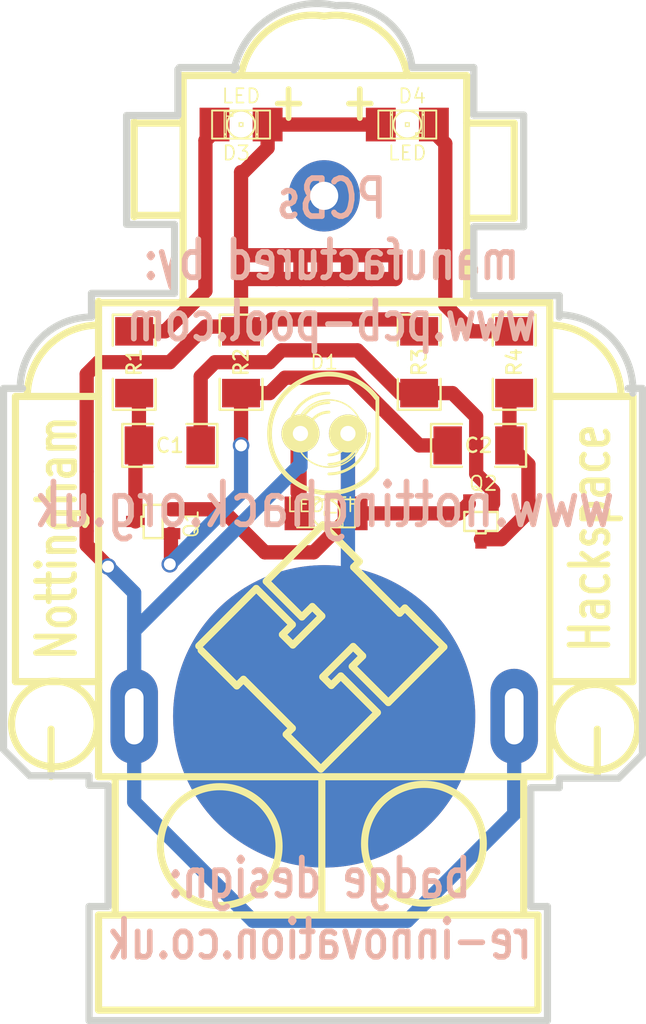
<source format=kicad_pcb>
(kicad_pcb (version 3) (host pcbnew "(2013-07-07 BZR 4022)-stable")

  (general
    (links 21)
    (no_connects 0)
    (area 71.762258 69.659499 115.764733 124.269501)
    (thickness 1.6002)
    (drawings 81)
    (tracks 111)
    (zones 0)
    (modules 15)
    (nets 9)
  )

  (page A4)
  (layers
    (15 Front signal)
    (0 Back signal)
    (16 B.Adhes user)
    (17 F.Adhes user)
    (18 B.Paste user)
    (19 F.Paste user)
    (20 B.SilkS user)
    (21 F.SilkS user)
    (22 B.Mask user)
    (23 F.Mask user)
    (24 Dwgs.User user)
    (25 Cmts.User user)
    (26 Eco1.User user)
    (27 Eco2.User user)
    (28 Edge.Cuts user)
  )

  (setup
    (last_trace_width 0.762)
    (trace_clearance 0.254)
    (zone_clearance 0.508)
    (zone_45_only no)
    (trace_min 0.2032)
    (segment_width 0.381)
    (edge_width 0.381)
    (via_size 0.889)
    (via_drill 0.635)
    (via_min_size 0.889)
    (via_min_drill 0.508)
    (uvia_size 0.508)
    (uvia_drill 0.127)
    (uvias_allowed no)
    (uvia_min_size 0.508)
    (uvia_min_drill 0.127)
    (pcb_text_width 0.3048)
    (pcb_text_size 1.524 2.032)
    (mod_edge_width 0.381)
    (mod_text_size 1.524 1.524)
    (mod_text_width 0.3048)
    (pad_size 16.15948 16.15948)
    (pad_drill 0)
    (pad_to_mask_clearance 0.254)
    (aux_axis_origin 0 0)
    (visible_elements FFFFFFBF)
    (pcbplotparams
      (layerselection 284196865)
      (usegerberextensions true)
      (excludeedgelayer true)
      (linewidth 0.150000)
      (plotframeref false)
      (viasonmask false)
      (mode 1)
      (useauxorigin false)
      (hpglpennumber 1)
      (hpglpenspeed 20)
      (hpglpendiameter 15)
      (hpglpenoverlay 0)
      (psnegative false)
      (psa4output false)
      (plotreference true)
      (plotvalue true)
      (plotothertext true)
      (plotinvisibletext false)
      (padsonsilk false)
      (subtractmaskfromsilk false)
      (outputformat 1)
      (mirror false)
      (drillshape 1)
      (scaleselection 1)
      (outputdirectory badgeMirrored/))
  )

  (net 0 "")
  (net 1 GND)
  (net 2 N-000003)
  (net 3 N-000004)
  (net 4 N-000005)
  (net 5 N-000006)
  (net 6 N-000007)
  (net 7 N-000008)
  (net 8 N-000009)

  (net_class Default "This is the default net class."
    (clearance 0.254)
    (trace_width 0.762)
    (via_dia 0.889)
    (via_drill 0.635)
    (uvia_dia 0.508)
    (uvia_drill 0.127)
    (add_net "")
    (add_net GND)
    (add_net N-000003)
    (add_net N-000004)
    (add_net N-000005)
    (add_net N-000006)
    (add_net N-000007)
    (add_net N-000008)
    (add_net N-000009)
  )

  (module Batt_conn_20mm_largepad (layer Front) (tedit 4FBFB435) (tstamp 4FBA246C)
    (at 92.71 107.823)
    (path /4FBA1C6F)
    (fp_text reference BT1 (at 0.254 -11.938) (layer F.SilkS) hide
      (effects (font (size 1.524 1.524) (thickness 0.3048)))
    )
    (fp_text value BATTERY (at 0 -8.636) (layer F.SilkS) hide
      (effects (font (size 1.524 1.524) (thickness 0.3048)))
    )
    (pad 1 thru_hole oval (at -10.16 0) (size 2.54 5.08) (drill oval 1.00076 2.99974)
      (layers *.Cu *.Mask)
      (net 6 N-000007)
    )
    (pad 1 thru_hole oval (at 10.16 0) (size 2.54 5.08) (drill oval 1.00076 2.99974)
      (layers *.Cu *.Mask)
      (net 6 N-000007)
    )
    (pad 2 thru_hole circle (at 0 0) (size 16.15948 16.15948)
      (layers Back B.Mask)
      (net 1 GND)
      (clearance 0.254)
    )
  )

  (module robot (layer Front) (tedit 4FBF7B18) (tstamp 53EBBC9B)
    (at 89.535 83.1088)
    (path /4FBA1C6F)
    (fp_text reference RB1 (at 20.955 -3.81) (layer F.SilkS) hide
      (effects (font (size 1.524 1.524) (thickness 0.3048)))
    )
    (fp_text value ROBOT (at 21.59 -6.985) (layer F.SilkS) hide
      (effects (font (size 1.524 1.524) (thickness 0.3048)))
    )
    (fp_arc (start 2.54 -8.89) (end 3.175 -12.7) (angle -90) (layer F.SilkS) (width 0.381))
    (fp_arc (start 3.81 -8.89) (end 3.175 -12.7) (angle 90) (layer F.SilkS) (width 0.381))
    (fp_line (start 13.843 35.306) (end 13.843 27.94) (layer F.SilkS) (width 0.381))
    (fp_line (start -8.001 35.306) (end -8.001 27.94) (layer F.SilkS) (width 0.381))
    (fp_line (start 3.048 35.179) (end 3.048 27.94) (layer F.SilkS) (width 0.381))
    (fp_arc (start -8.89 7.62) (end -8.89 3.81) (angle -90) (layer F.SilkS) (width 0.381))
    (fp_line (start -13.335 22.86) (end -8.89 22.86) (layer F.SilkS) (width 0.381))
    (fp_line (start -13.335 7.62) (end -13.335 22.86) (layer F.SilkS) (width 0.381))
    (fp_line (start -8.89 7.62) (end -13.335 7.62) (layer F.SilkS) (width 0.381))
    (fp_circle (center -11.2522 25.1206) (end -12.5222 27.0256) (layer F.SilkS) (width 0.381))
    (fp_line (start -11.43 27.94) (end -11.43 25.4) (layer F.SilkS) (width 0.381))
    (fp_line (start -6.985 -2.0574) (end -4.445 -2.0574) (layer F.SilkS) (width 0.381))
    (fp_line (start -6.985 -7.0612) (end -6.985 -1.9812) (layer F.SilkS) (width 0.381))
    (fp_line (start -4.445 -6.985) (end -6.985 -6.985) (layer F.SilkS) (width 0.381))
    (fp_line (start 10.795 -6.985) (end 13.335 -6.985) (layer F.SilkS) (width 0.381))
    (fp_line (start 13.335 -6.985) (end 13.335 -1.905) (layer F.SilkS) (width 0.381))
    (fp_line (start 13.335 -1.905) (end 10.795 -1.905) (layer F.SilkS) (width 0.381))
    (fp_circle (center -2.413 31.6484) (end 0.762 31.6484) (layer F.SilkS) (width 0.381))
    (fp_circle (center 8.509 31.5214) (end 11.684 31.5214) (layer F.SilkS) (width 0.381))
    (fp_line (start -8.89 35.3314) (end 14.605 35.3314) (layer F.SilkS) (width 0.381))
    (fp_line (start 14.605 35.3314) (end 14.605 40.4114) (layer F.SilkS) (width 0.381))
    (fp_line (start 14.605 40.4114) (end -8.89 40.4114) (layer F.SilkS) (width 0.381))
    (fp_line (start -8.89 40.4114) (end -8.89 35.9664) (layer F.SilkS) (width 0.381))
    (fp_line (start -8.89 35.9664) (end -8.89 35.3314) (layer F.SilkS) (width 0.381))
    (fp_line (start -6.985 35.3314) (end 12.7 35.3314) (layer F.SilkS) (width 0.381))
    (fp_line (start 12.7 35.3314) (end 13.335 35.3314) (layer F.SilkS) (width 0.381))
    (fp_line (start 17.78 27.94) (end 17.78 25.4) (layer F.SilkS) (width 0.381))
    (fp_circle (center 17.653 25.2984) (end 18.923 27.2034) (layer F.SilkS) (width 0.381))
    (fp_line (start 15.24 7.62) (end 19.685 7.62) (layer F.SilkS) (width 0.381))
    (fp_line (start 19.685 7.62) (end 19.685 22.86) (layer F.SilkS) (width 0.381))
    (fp_line (start 19.685 22.86) (end 15.24 22.86) (layer F.SilkS) (width 0.381))
    (fp_arc (start 15.24 7.62) (end 15.24 3.81) (angle 90) (layer F.SilkS) (width 0.381))
    (fp_line (start -8.89 2.6162) (end 15.24 2.6162) (layer F.SilkS) (width 0.381))
    (fp_line (start -8.89 2.54) (end -8.89 27.94) (layer F.SilkS) (width 0.381))
    (fp_line (start -8.89 27.94) (end 15.24 27.94) (layer F.SilkS) (width 0.381))
    (fp_line (start 15.24 27.94) (end 15.24 2.54) (layer F.SilkS) (width 0.381))
    (fp_line (start -4.3688 2.54) (end -4.3688 -9.525) (layer F.SilkS) (width 0.381))
    (fp_line (start -4.445 -9.525) (end 10.795 -9.525) (layer F.SilkS) (width 0.381))
    (fp_line (start 10.795 -9.525) (end 10.795 2.54) (layer F.SilkS) (width 0.381))
    (fp_line (start 10.795 2.54) (end -4.445 2.54) (layer F.SilkS) (width 0.381))
    (fp_line (start 4.445 2.54) (end -4.445 2.54) (layer F.SilkS) (width 0.381))
  )

  (module LED-5MM_larg_pad (layer Front) (tedit 4FBF77FC) (tstamp 4FBA2467)
    (at 92.71 92.71)
    (descr "LED 5mm - Lead pitch 100mil (2,54mm)")
    (tags "LED led 5mm 5MM 100mil 2,54mm")
    (path /4FBA1BD7)
    (attr virtual)
    (fp_text reference D1 (at 0 -3.81) (layer F.SilkS)
      (effects (font (size 0.762 0.762) (thickness 0.0889)))
    )
    (fp_text value LED_TH (at 0 3.81) (layer F.SilkS)
      (effects (font (size 0.762 0.762) (thickness 0.0889)))
    )
    (fp_line (start 2.8448 1.905) (end 2.8448 -1.905) (layer F.SilkS) (width 0.2032))
    (fp_circle (center 0.254 0) (end -1.016 1.27) (layer F.SilkS) (width 0.0762))
    (fp_arc (start 0.254 0) (end 2.794 1.905) (angle 286.2) (layer F.SilkS) (width 0.254))
    (fp_arc (start 0.254 0) (end -0.889 0) (angle 90) (layer F.SilkS) (width 0.1524))
    (fp_arc (start 0.254 0) (end 1.397 0) (angle 90) (layer F.SilkS) (width 0.1524))
    (fp_arc (start 0.254 0) (end -1.397 0) (angle 90) (layer F.SilkS) (width 0.1524))
    (fp_arc (start 0.254 0) (end 1.905 0) (angle 90) (layer F.SilkS) (width 0.1524))
    (fp_arc (start 0.254 0) (end -1.905 0) (angle 90) (layer F.SilkS) (width 0.1524))
    (fp_arc (start 0.254 0) (end 2.413 0) (angle 90) (layer F.SilkS) (width 0.1524))
    (pad 1 thru_hole circle (at -1.27 0) (size 2.032 2.032) (drill 0.8128)
      (layers *.Cu *.Mask F.Paste F.SilkS)
      (net 6 N-000007)
    )
    (pad 2 thru_hole circle (at 1.27 0) (size 2.032 2.032) (drill 0.8128)
      (layers *.Cu *.Mask F.Paste F.SilkS)
      (net 1 GND)
    )
    (model discret/leds/led5_vertical_verde.wrl
      (at (xyz 0 0 0))
      (scale (xyz 1 1 1))
      (rotate (xyz 0 0 0))
    )
  )

  (module SOT323 (layer Front) (tedit 4FBA27E5) (tstamp 4FBA2459)
    (at 83.566 97.409 270)
    (tags "SMD SOT")
    (path /4FBFAE05)
    (attr smd)
    (fp_text reference Q1 (at 0.127 -2.032 270) (layer F.SilkS)
      (effects (font (size 0.762 0.762) (thickness 0.09906)))
    )
    (fp_text value NPN_S0323 (at 0 0 270) (layer F.SilkS) hide
      (effects (font (size 0.70104 0.70104) (thickness 0.09906)))
    )
    (fp_line (start 0.254 0.508) (end 0.889 0.508) (layer F.SilkS) (width 0.127))
    (fp_line (start 0.889 0.508) (end 0.889 -0.508) (layer F.SilkS) (width 0.127))
    (fp_line (start -0.889 -0.508) (end -0.889 0.508) (layer F.SilkS) (width 0.127))
    (fp_line (start -0.889 0.508) (end -0.254 0.508) (layer F.SilkS) (width 0.127))
    (fp_line (start 0.254 0.635) (end 0.254 0.508) (layer F.SilkS) (width 0.127))
    (fp_line (start -0.254 0.508) (end -0.254 0.635) (layer F.SilkS) (width 0.127))
    (fp_line (start 0.889 -0.508) (end -0.889 -0.508) (layer F.SilkS) (width 0.127))
    (fp_line (start -0.254 0.635) (end 0.254 0.635) (layer F.SilkS) (width 0.127))
    (pad 2 smd rect (at -0.65024 -0.94996 270) (size 0.59944 1.00076)
      (layers Front F.Paste F.Mask)
      (net 1 GND)
    )
    (pad 1 smd rect (at 0.65024 -0.94996 270) (size 0.59944 1.00076)
      (layers Front F.Paste F.Mask)
      (net 3 N-000004)
    )
    (pad 3 smd rect (at 0 0.94996 270) (size 0.59944 1.00076)
      (layers Front F.Paste F.Mask)
      (net 2 N-000003)
    )
    (model smd/SOT323.wrl
      (at (xyz 0 0 0.001))
      (scale (xyz 0.3937 0.3937 0.3937))
      (rotate (xyz 0 0 0))
    )
  )

  (module SOT323 (layer Front) (tedit 450AC34A) (tstamp 4FBA245B)
    (at 101.092 97.409)
    (tags "SMD SOT")
    (path /4FBFADFF)
    (attr smd)
    (fp_text reference Q2 (at 0.127 -2.032) (layer F.SilkS)
      (effects (font (size 0.762 0.762) (thickness 0.09906)))
    )
    (fp_text value NPN_S0323 (at 0 0) (layer F.SilkS) hide
      (effects (font (size 0.70104 0.70104) (thickness 0.09906)))
    )
    (fp_line (start 0.254 0.508) (end 0.889 0.508) (layer F.SilkS) (width 0.127))
    (fp_line (start 0.889 0.508) (end 0.889 -0.508) (layer F.SilkS) (width 0.127))
    (fp_line (start -0.889 -0.508) (end -0.889 0.508) (layer F.SilkS) (width 0.127))
    (fp_line (start -0.889 0.508) (end -0.254 0.508) (layer F.SilkS) (width 0.127))
    (fp_line (start 0.254 0.635) (end 0.254 0.508) (layer F.SilkS) (width 0.127))
    (fp_line (start -0.254 0.508) (end -0.254 0.635) (layer F.SilkS) (width 0.127))
    (fp_line (start 0.889 -0.508) (end -0.889 -0.508) (layer F.SilkS) (width 0.127))
    (fp_line (start -0.254 0.635) (end 0.254 0.635) (layer F.SilkS) (width 0.127))
    (pad 2 smd rect (at -0.65024 -0.94996) (size 0.59944 1.00076)
      (layers Front F.Paste F.Mask)
      (net 1 GND)
    )
    (pad 1 smd rect (at 0.65024 -0.94996) (size 0.59944 1.00076)
      (layers Front F.Paste F.Mask)
      (net 8 N-000009)
    )
    (pad 3 smd rect (at 0 0.94996) (size 0.59944 1.00076)
      (layers Front F.Paste F.Mask)
      (net 4 N-000005)
    )
    (model smd/SOT323.wrl
      (at (xyz 0 0 0.001))
      (scale (xyz 0.3937 0.3937 0.3937))
      (rotate (xyz 0 0 0))
    )
  )

  (module SM1206 (layer Front) (tedit 42806E24) (tstamp 4FBA245C)
    (at 84.455 93.345)
    (path /4D2AEDDB)
    (attr smd)
    (fp_text reference C1 (at 0 0) (layer F.SilkS)
      (effects (font (size 0.762 0.762) (thickness 0.127)))
    )
    (fp_text value 47u (at 0 0) (layer F.SilkS) hide
      (effects (font (size 0.762 0.762) (thickness 0.127)))
    )
    (fp_line (start -2.54 -1.143) (end -2.54 1.143) (layer F.SilkS) (width 0.127))
    (fp_line (start -2.54 1.143) (end -0.889 1.143) (layer F.SilkS) (width 0.127))
    (fp_line (start 0.889 -1.143) (end 2.54 -1.143) (layer F.SilkS) (width 0.127))
    (fp_line (start 2.54 -1.143) (end 2.54 1.143) (layer F.SilkS) (width 0.127))
    (fp_line (start 2.54 1.143) (end 0.889 1.143) (layer F.SilkS) (width 0.127))
    (fp_line (start -0.889 -1.143) (end -2.54 -1.143) (layer F.SilkS) (width 0.127))
    (pad 1 smd rect (at -1.651 0) (size 1.524 2.032)
      (layers Front F.Paste F.Mask)
      (net 2 N-000003)
    )
    (pad 2 smd rect (at 1.651 0) (size 1.524 2.032)
      (layers Front F.Paste F.Mask)
      (net 8 N-000009)
    )
    (model smd/chip_cms.wrl
      (at (xyz 0 0 0))
      (scale (xyz 0.17 0.16 0.16))
      (rotate (xyz 0 0 0))
    )
  )

  (module SM1206 (layer Front) (tedit 42806E24) (tstamp 4FBA245E)
    (at 100.965 93.345 180)
    (path /4D2AEDDD)
    (attr smd)
    (fp_text reference C2 (at 0 0 180) (layer F.SilkS)
      (effects (font (size 0.762 0.762) (thickness 0.127)))
    )
    (fp_text value 47u (at 0 0 180) (layer F.SilkS) hide
      (effects (font (size 0.762 0.762) (thickness 0.127)))
    )
    (fp_line (start -2.54 -1.143) (end -2.54 1.143) (layer F.SilkS) (width 0.127))
    (fp_line (start -2.54 1.143) (end -0.889 1.143) (layer F.SilkS) (width 0.127))
    (fp_line (start 0.889 -1.143) (end 2.54 -1.143) (layer F.SilkS) (width 0.127))
    (fp_line (start 2.54 -1.143) (end 2.54 1.143) (layer F.SilkS) (width 0.127))
    (fp_line (start 2.54 1.143) (end 0.889 1.143) (layer F.SilkS) (width 0.127))
    (fp_line (start -0.889 -1.143) (end -2.54 -1.143) (layer F.SilkS) (width 0.127))
    (pad 1 smd rect (at -1.651 0 180) (size 1.524 2.032)
      (layers Front F.Paste F.Mask)
      (net 4 N-000005)
    )
    (pad 2 smd rect (at 1.651 0 180) (size 1.524 2.032)
      (layers Front F.Paste F.Mask)
      (net 3 N-000004)
    )
    (model smd/chip_cms.wrl
      (at (xyz 0 0 0))
      (scale (xyz 0.17 0.16 0.16))
      (rotate (xyz 0 0 0))
    )
  )

  (module SM1206 (layer Front) (tedit 42806E24) (tstamp 4FBA2460)
    (at 82.55 88.9 270)
    (path /4D2AEE0C)
    (attr smd)
    (fp_text reference R1 (at 0 0 270) (layer F.SilkS)
      (effects (font (size 0.762 0.762) (thickness 0.127)))
    )
    (fp_text value 470 (at 0 0 270) (layer F.SilkS) hide
      (effects (font (size 0.762 0.762) (thickness 0.127)))
    )
    (fp_line (start -2.54 -1.143) (end -2.54 1.143) (layer F.SilkS) (width 0.127))
    (fp_line (start -2.54 1.143) (end -0.889 1.143) (layer F.SilkS) (width 0.127))
    (fp_line (start 0.889 -1.143) (end 2.54 -1.143) (layer F.SilkS) (width 0.127))
    (fp_line (start 2.54 -1.143) (end 2.54 1.143) (layer F.SilkS) (width 0.127))
    (fp_line (start 2.54 1.143) (end 0.889 1.143) (layer F.SilkS) (width 0.127))
    (fp_line (start -0.889 -1.143) (end -2.54 -1.143) (layer F.SilkS) (width 0.127))
    (pad 1 smd rect (at -1.651 0 270) (size 1.524 2.032)
      (layers Front F.Paste F.Mask)
      (net 5 N-000006)
    )
    (pad 2 smd rect (at 1.651 0 270) (size 1.524 2.032)
      (layers Front F.Paste F.Mask)
      (net 2 N-000003)
    )
    (model smd/chip_cms.wrl
      (at (xyz 0 0 0))
      (scale (xyz 0.17 0.16 0.16))
      (rotate (xyz 0 0 0))
    )
  )

  (module SM1206 (layer Front) (tedit 42806E24) (tstamp 4FBA2462)
    (at 88.265 88.9 270)
    (path /4D2AEE0E)
    (attr smd)
    (fp_text reference R2 (at 0 0 270) (layer F.SilkS)
      (effects (font (size 0.762 0.762) (thickness 0.127)))
    )
    (fp_text value 10k (at 0 0 270) (layer F.SilkS) hide
      (effects (font (size 0.762 0.762) (thickness 0.127)))
    )
    (fp_line (start -2.54 -1.143) (end -2.54 1.143) (layer F.SilkS) (width 0.127))
    (fp_line (start -2.54 1.143) (end -0.889 1.143) (layer F.SilkS) (width 0.127))
    (fp_line (start 0.889 -1.143) (end 2.54 -1.143) (layer F.SilkS) (width 0.127))
    (fp_line (start 2.54 -1.143) (end 2.54 1.143) (layer F.SilkS) (width 0.127))
    (fp_line (start 2.54 1.143) (end 0.889 1.143) (layer F.SilkS) (width 0.127))
    (fp_line (start -0.889 -1.143) (end -2.54 -1.143) (layer F.SilkS) (width 0.127))
    (pad 1 smd rect (at -1.651 0 270) (size 1.524 2.032)
      (layers Front F.Paste F.Mask)
      (net 6 N-000007)
    )
    (pad 2 smd rect (at 1.651 0 270) (size 1.524 2.032)
      (layers Front F.Paste F.Mask)
      (net 3 N-000004)
    )
    (model smd/chip_cms.wrl
      (at (xyz 0 0 0))
      (scale (xyz 0.17 0.16 0.16))
      (rotate (xyz 0 0 0))
    )
  )

  (module SM1206 (layer Front) (tedit 42806E24) (tstamp 4FBA2464)
    (at 97.79 88.9 270)
    (path /4D2AEE11)
    (attr smd)
    (fp_text reference R3 (at 0 0 270) (layer F.SilkS)
      (effects (font (size 0.762 0.762) (thickness 0.127)))
    )
    (fp_text value 10k (at 0 0 270) (layer F.SilkS) hide
      (effects (font (size 0.762 0.762) (thickness 0.127)))
    )
    (fp_line (start -2.54 -1.143) (end -2.54 1.143) (layer F.SilkS) (width 0.127))
    (fp_line (start -2.54 1.143) (end -0.889 1.143) (layer F.SilkS) (width 0.127))
    (fp_line (start 0.889 -1.143) (end 2.54 -1.143) (layer F.SilkS) (width 0.127))
    (fp_line (start 2.54 -1.143) (end 2.54 1.143) (layer F.SilkS) (width 0.127))
    (fp_line (start 2.54 1.143) (end 0.889 1.143) (layer F.SilkS) (width 0.127))
    (fp_line (start -0.889 -1.143) (end -2.54 -1.143) (layer F.SilkS) (width 0.127))
    (pad 1 smd rect (at -1.651 0 270) (size 1.524 2.032)
      (layers Front F.Paste F.Mask)
      (net 6 N-000007)
    )
    (pad 2 smd rect (at 1.651 0 270) (size 1.524 2.032)
      (layers Front F.Paste F.Mask)
      (net 8 N-000009)
    )
    (model smd/chip_cms.wrl
      (at (xyz 0 0 0))
      (scale (xyz 0.17 0.16 0.16))
      (rotate (xyz 0 0 0))
    )
  )

  (module SM1206 (layer Front) (tedit 42806E24) (tstamp 4FBA2466)
    (at 102.87 88.9 270)
    (path /4D2AEE13)
    (attr smd)
    (fp_text reference R4 (at 0 0 270) (layer F.SilkS)
      (effects (font (size 0.762 0.762) (thickness 0.127)))
    )
    (fp_text value 470 (at 0 0 270) (layer F.SilkS) hide
      (effects (font (size 0.762 0.762) (thickness 0.127)))
    )
    (fp_line (start -2.54 -1.143) (end -2.54 1.143) (layer F.SilkS) (width 0.127))
    (fp_line (start -2.54 1.143) (end -0.889 1.143) (layer F.SilkS) (width 0.127))
    (fp_line (start 0.889 -1.143) (end 2.54 -1.143) (layer F.SilkS) (width 0.127))
    (fp_line (start 2.54 -1.143) (end 2.54 1.143) (layer F.SilkS) (width 0.127))
    (fp_line (start 2.54 1.143) (end 0.889 1.143) (layer F.SilkS) (width 0.127))
    (fp_line (start -0.889 -1.143) (end -2.54 -1.143) (layer F.SilkS) (width 0.127))
    (pad 1 smd rect (at -1.651 0 270) (size 1.524 2.032)
      (layers Front F.Paste F.Mask)
      (net 7 N-000008)
    )
    (pad 2 smd rect (at 1.651 0 270) (size 1.524 2.032)
      (layers Front F.Paste F.Mask)
      (net 4 N-000005)
    )
    (model smd/chip_cms.wrl
      (at (xyz 0 0 0))
      (scale (xyz 0.17 0.16 0.16))
      (rotate (xyz 0 0 0))
    )
  )

  (module LED-1206 (layer Front) (tedit 4FBA50FE) (tstamp 4FBA2468)
    (at 92.8116 96.9772)
    (descr "LED 1206 smd package")
    (tags "LED1206 SMD")
    (path /4FBA1C9E)
    (attr smd)
    (fp_text reference D2 (at 0.254 -1.524) (layer F.SilkS) hide
      (effects (font (size 0.762 0.762) (thickness 0.0889)))
    )
    (fp_text value LED_SMD (at 0 1.524) (layer F.SilkS) hide
      (effects (font (size 0.762 0.762) (thickness 0.0889)))
    )
    (fp_line (start -0.09906 0.09906) (end 0.09906 0.09906) (layer F.SilkS) (width 0.06604))
    (fp_line (start 0.09906 0.09906) (end 0.09906 -0.09906) (layer F.SilkS) (width 0.06604))
    (fp_line (start -0.09906 -0.09906) (end 0.09906 -0.09906) (layer F.SilkS) (width 0.06604))
    (fp_line (start -0.09906 0.09906) (end -0.09906 -0.09906) (layer F.SilkS) (width 0.06604))
    (fp_line (start 0.44958 0.6985) (end 0.79756 0.6985) (layer F.SilkS) (width 0.06604))
    (fp_line (start 0.79756 0.6985) (end 0.79756 0.44958) (layer F.SilkS) (width 0.06604))
    (fp_line (start 0.44958 0.44958) (end 0.79756 0.44958) (layer F.SilkS) (width 0.06604))
    (fp_line (start 0.44958 0.6985) (end 0.44958 0.44958) (layer F.SilkS) (width 0.06604))
    (fp_line (start 0.79756 0.6985) (end 0.89916 0.6985) (layer F.SilkS) (width 0.06604))
    (fp_line (start 0.89916 0.6985) (end 0.89916 -0.49784) (layer F.SilkS) (width 0.06604))
    (fp_line (start 0.79756 -0.49784) (end 0.89916 -0.49784) (layer F.SilkS) (width 0.06604))
    (fp_line (start 0.79756 0.6985) (end 0.79756 -0.49784) (layer F.SilkS) (width 0.06604))
    (fp_line (start 0.79756 -0.54864) (end 0.89916 -0.54864) (layer F.SilkS) (width 0.06604))
    (fp_line (start 0.89916 -0.54864) (end 0.89916 -0.6985) (layer F.SilkS) (width 0.06604))
    (fp_line (start 0.79756 -0.6985) (end 0.89916 -0.6985) (layer F.SilkS) (width 0.06604))
    (fp_line (start 0.79756 -0.54864) (end 0.79756 -0.6985) (layer F.SilkS) (width 0.06604))
    (fp_line (start -0.89916 0.6985) (end -0.79756 0.6985) (layer F.SilkS) (width 0.06604))
    (fp_line (start -0.79756 0.6985) (end -0.79756 -0.49784) (layer F.SilkS) (width 0.06604))
    (fp_line (start -0.89916 -0.49784) (end -0.79756 -0.49784) (layer F.SilkS) (width 0.06604))
    (fp_line (start -0.89916 0.6985) (end -0.89916 -0.49784) (layer F.SilkS) (width 0.06604))
    (fp_line (start -0.89916 -0.54864) (end -0.79756 -0.54864) (layer F.SilkS) (width 0.06604))
    (fp_line (start -0.79756 -0.54864) (end -0.79756 -0.6985) (layer F.SilkS) (width 0.06604))
    (fp_line (start -0.89916 -0.6985) (end -0.79756 -0.6985) (layer F.SilkS) (width 0.06604))
    (fp_line (start -0.89916 -0.54864) (end -0.89916 -0.6985) (layer F.SilkS) (width 0.06604))
    (fp_line (start 0.44958 0.6985) (end 0.59944 0.6985) (layer F.SilkS) (width 0.06604))
    (fp_line (start 0.59944 0.6985) (end 0.59944 0.44958) (layer F.SilkS) (width 0.06604))
    (fp_line (start 0.44958 0.44958) (end 0.59944 0.44958) (layer F.SilkS) (width 0.06604))
    (fp_line (start 0.44958 0.6985) (end 0.44958 0.44958) (layer F.SilkS) (width 0.06604))
    (fp_line (start 1.5494 0.7493) (end -1.5494 0.7493) (layer F.SilkS) (width 0.1016))
    (fp_line (start -1.5494 0.7493) (end -1.5494 -0.7493) (layer F.SilkS) (width 0.1016))
    (fp_line (start -1.5494 -0.7493) (end 1.5494 -0.7493) (layer F.SilkS) (width 0.1016))
    (fp_line (start 1.5494 -0.7493) (end 1.5494 0.7493) (layer F.SilkS) (width 0.1016))
    (fp_arc (start 0 0) (end 0.54864 0.49784) (angle 95.4) (layer F.SilkS) (width 0.1016))
    (fp_arc (start 0 0) (end -0.54864 0.49784) (angle 84.5) (layer F.SilkS) (width 0.1016))
    (fp_arc (start 0 0) (end -0.54864 -0.49784) (angle 95.4) (layer F.SilkS) (width 0.1016))
    (fp_arc (start 0 0) (end 0.54864 -0.49784) (angle 84.5) (layer F.SilkS) (width 0.1016))
    (pad 1 smd rect (at -1.41986 0) (size 1.59766 1.80086)
      (layers Front F.Paste F.Mask)
      (net 6 N-000007)
    )
    (pad 2 smd rect (at 1.41986 0) (size 1.59766 1.80086)
      (layers Front F.Paste F.Mask)
      (net 1 GND)
    )
  )

  (module 1pin_badge_no_edge (layer Front) (tedit 4DD2929B) (tstamp 4FBA246D)
    (at 92.71 80.01)
    (path /4FBA1DDB)
    (fp_text reference P1 (at -0.254 -3.048) (layer F.SilkS) hide
      (effects (font (size 1.524 1.524) (thickness 0.3048)))
    )
    (fp_text value CONN_1 (at -0.254 3.556) (layer F.SilkS) hide
      (effects (font (size 1.524 1.524) (thickness 0.3048)))
    )
    (pad 1 thru_hole circle (at 0 0) (size 3.81 3.81) (drill 1.50114)
      (layers *.Cu *.Mask)
      (clearance 0.508)
    )
  )

  (module LED-1206 (layer Front) (tedit 49BFA1FF) (tstamp 4FBA2469)
    (at 88.265 76.2 180)
    (descr "LED 1206 smd package")
    (tags "LED1206 SMD")
    (path /4D2AEE03)
    (attr smd)
    (fp_text reference D3 (at 0.254 -1.524 180) (layer F.SilkS)
      (effects (font (size 0.762 0.762) (thickness 0.0889)))
    )
    (fp_text value LED (at 0 1.524 180) (layer F.SilkS)
      (effects (font (size 0.762 0.762) (thickness 0.0889)))
    )
    (fp_line (start -0.09906 0.09906) (end 0.09906 0.09906) (layer F.SilkS) (width 0.06604))
    (fp_line (start 0.09906 0.09906) (end 0.09906 -0.09906) (layer F.SilkS) (width 0.06604))
    (fp_line (start -0.09906 -0.09906) (end 0.09906 -0.09906) (layer F.SilkS) (width 0.06604))
    (fp_line (start -0.09906 0.09906) (end -0.09906 -0.09906) (layer F.SilkS) (width 0.06604))
    (fp_line (start 0.44958 0.6985) (end 0.79756 0.6985) (layer F.SilkS) (width 0.06604))
    (fp_line (start 0.79756 0.6985) (end 0.79756 0.44958) (layer F.SilkS) (width 0.06604))
    (fp_line (start 0.44958 0.44958) (end 0.79756 0.44958) (layer F.SilkS) (width 0.06604))
    (fp_line (start 0.44958 0.6985) (end 0.44958 0.44958) (layer F.SilkS) (width 0.06604))
    (fp_line (start 0.79756 0.6985) (end 0.89916 0.6985) (layer F.SilkS) (width 0.06604))
    (fp_line (start 0.89916 0.6985) (end 0.89916 -0.49784) (layer F.SilkS) (width 0.06604))
    (fp_line (start 0.79756 -0.49784) (end 0.89916 -0.49784) (layer F.SilkS) (width 0.06604))
    (fp_line (start 0.79756 0.6985) (end 0.79756 -0.49784) (layer F.SilkS) (width 0.06604))
    (fp_line (start 0.79756 -0.54864) (end 0.89916 -0.54864) (layer F.SilkS) (width 0.06604))
    (fp_line (start 0.89916 -0.54864) (end 0.89916 -0.6985) (layer F.SilkS) (width 0.06604))
    (fp_line (start 0.79756 -0.6985) (end 0.89916 -0.6985) (layer F.SilkS) (width 0.06604))
    (fp_line (start 0.79756 -0.54864) (end 0.79756 -0.6985) (layer F.SilkS) (width 0.06604))
    (fp_line (start -0.89916 0.6985) (end -0.79756 0.6985) (layer F.SilkS) (width 0.06604))
    (fp_line (start -0.79756 0.6985) (end -0.79756 -0.49784) (layer F.SilkS) (width 0.06604))
    (fp_line (start -0.89916 -0.49784) (end -0.79756 -0.49784) (layer F.SilkS) (width 0.06604))
    (fp_line (start -0.89916 0.6985) (end -0.89916 -0.49784) (layer F.SilkS) (width 0.06604))
    (fp_line (start -0.89916 -0.54864) (end -0.79756 -0.54864) (layer F.SilkS) (width 0.06604))
    (fp_line (start -0.79756 -0.54864) (end -0.79756 -0.6985) (layer F.SilkS) (width 0.06604))
    (fp_line (start -0.89916 -0.6985) (end -0.79756 -0.6985) (layer F.SilkS) (width 0.06604))
    (fp_line (start -0.89916 -0.54864) (end -0.89916 -0.6985) (layer F.SilkS) (width 0.06604))
    (fp_line (start 0.44958 0.6985) (end 0.59944 0.6985) (layer F.SilkS) (width 0.06604))
    (fp_line (start 0.59944 0.6985) (end 0.59944 0.44958) (layer F.SilkS) (width 0.06604))
    (fp_line (start 0.44958 0.44958) (end 0.59944 0.44958) (layer F.SilkS) (width 0.06604))
    (fp_line (start 0.44958 0.6985) (end 0.44958 0.44958) (layer F.SilkS) (width 0.06604))
    (fp_line (start 1.5494 0.7493) (end -1.5494 0.7493) (layer F.SilkS) (width 0.1016))
    (fp_line (start -1.5494 0.7493) (end -1.5494 -0.7493) (layer F.SilkS) (width 0.1016))
    (fp_line (start -1.5494 -0.7493) (end 1.5494 -0.7493) (layer F.SilkS) (width 0.1016))
    (fp_line (start 1.5494 -0.7493) (end 1.5494 0.7493) (layer F.SilkS) (width 0.1016))
    (fp_arc (start 0 0) (end 0.54864 0.49784) (angle 95.4) (layer F.SilkS) (width 0.1016))
    (fp_arc (start 0 0) (end -0.54864 0.49784) (angle 84.5) (layer F.SilkS) (width 0.1016))
    (fp_arc (start 0 0) (end -0.54864 -0.49784) (angle 95.4) (layer F.SilkS) (width 0.1016))
    (fp_arc (start 0 0) (end 0.54864 -0.49784) (angle 84.5) (layer F.SilkS) (width 0.1016))
    (pad 1 smd rect (at -1.41986 0 180) (size 1.59766 1.80086)
      (layers Front F.Paste F.Mask)
      (net 6 N-000007)
    )
    (pad 2 smd rect (at 1.41986 0 180) (size 1.59766 1.80086)
      (layers Front F.Paste F.Mask)
      (net 5 N-000006)
    )
  )

  (module LED-1206 (layer Front) (tedit 49BFA1FF) (tstamp 4FBA246B)
    (at 97.155 76.2)
    (descr "LED 1206 smd package")
    (tags "LED1206 SMD")
    (path /4D2AEE06)
    (attr smd)
    (fp_text reference D4 (at 0.254 -1.524) (layer F.SilkS)
      (effects (font (size 0.762 0.762) (thickness 0.0889)))
    )
    (fp_text value LED (at 0 1.524) (layer F.SilkS)
      (effects (font (size 0.762 0.762) (thickness 0.0889)))
    )
    (fp_line (start -0.09906 0.09906) (end 0.09906 0.09906) (layer F.SilkS) (width 0.06604))
    (fp_line (start 0.09906 0.09906) (end 0.09906 -0.09906) (layer F.SilkS) (width 0.06604))
    (fp_line (start -0.09906 -0.09906) (end 0.09906 -0.09906) (layer F.SilkS) (width 0.06604))
    (fp_line (start -0.09906 0.09906) (end -0.09906 -0.09906) (layer F.SilkS) (width 0.06604))
    (fp_line (start 0.44958 0.6985) (end 0.79756 0.6985) (layer F.SilkS) (width 0.06604))
    (fp_line (start 0.79756 0.6985) (end 0.79756 0.44958) (layer F.SilkS) (width 0.06604))
    (fp_line (start 0.44958 0.44958) (end 0.79756 0.44958) (layer F.SilkS) (width 0.06604))
    (fp_line (start 0.44958 0.6985) (end 0.44958 0.44958) (layer F.SilkS) (width 0.06604))
    (fp_line (start 0.79756 0.6985) (end 0.89916 0.6985) (layer F.SilkS) (width 0.06604))
    (fp_line (start 0.89916 0.6985) (end 0.89916 -0.49784) (layer F.SilkS) (width 0.06604))
    (fp_line (start 0.79756 -0.49784) (end 0.89916 -0.49784) (layer F.SilkS) (width 0.06604))
    (fp_line (start 0.79756 0.6985) (end 0.79756 -0.49784) (layer F.SilkS) (width 0.06604))
    (fp_line (start 0.79756 -0.54864) (end 0.89916 -0.54864) (layer F.SilkS) (width 0.06604))
    (fp_line (start 0.89916 -0.54864) (end 0.89916 -0.6985) (layer F.SilkS) (width 0.06604))
    (fp_line (start 0.79756 -0.6985) (end 0.89916 -0.6985) (layer F.SilkS) (width 0.06604))
    (fp_line (start 0.79756 -0.54864) (end 0.79756 -0.6985) (layer F.SilkS) (width 0.06604))
    (fp_line (start -0.89916 0.6985) (end -0.79756 0.6985) (layer F.SilkS) (width 0.06604))
    (fp_line (start -0.79756 0.6985) (end -0.79756 -0.49784) (layer F.SilkS) (width 0.06604))
    (fp_line (start -0.89916 -0.49784) (end -0.79756 -0.49784) (layer F.SilkS) (width 0.06604))
    (fp_line (start -0.89916 0.6985) (end -0.89916 -0.49784) (layer F.SilkS) (width 0.06604))
    (fp_line (start -0.89916 -0.54864) (end -0.79756 -0.54864) (layer F.SilkS) (width 0.06604))
    (fp_line (start -0.79756 -0.54864) (end -0.79756 -0.6985) (layer F.SilkS) (width 0.06604))
    (fp_line (start -0.89916 -0.6985) (end -0.79756 -0.6985) (layer F.SilkS) (width 0.06604))
    (fp_line (start -0.89916 -0.54864) (end -0.89916 -0.6985) (layer F.SilkS) (width 0.06604))
    (fp_line (start 0.44958 0.6985) (end 0.59944 0.6985) (layer F.SilkS) (width 0.06604))
    (fp_line (start 0.59944 0.6985) (end 0.59944 0.44958) (layer F.SilkS) (width 0.06604))
    (fp_line (start 0.44958 0.44958) (end 0.59944 0.44958) (layer F.SilkS) (width 0.06604))
    (fp_line (start 0.44958 0.6985) (end 0.44958 0.44958) (layer F.SilkS) (width 0.06604))
    (fp_line (start 1.5494 0.7493) (end -1.5494 0.7493) (layer F.SilkS) (width 0.1016))
    (fp_line (start -1.5494 0.7493) (end -1.5494 -0.7493) (layer F.SilkS) (width 0.1016))
    (fp_line (start -1.5494 -0.7493) (end 1.5494 -0.7493) (layer F.SilkS) (width 0.1016))
    (fp_line (start 1.5494 -0.7493) (end 1.5494 0.7493) (layer F.SilkS) (width 0.1016))
    (fp_arc (start 0 0) (end 0.54864 0.49784) (angle 95.4) (layer F.SilkS) (width 0.1016))
    (fp_arc (start 0 0) (end -0.54864 0.49784) (angle 84.5) (layer F.SilkS) (width 0.1016))
    (fp_arc (start 0 0) (end -0.54864 -0.49784) (angle 95.4) (layer F.SilkS) (width 0.1016))
    (fp_arc (start 0 0) (end 0.54864 -0.49784) (angle 84.5) (layer F.SilkS) (width 0.1016))
    (pad 1 smd rect (at -1.41986 0) (size 1.59766 1.80086)
      (layers Front F.Paste F.Mask)
      (net 6 N-000007)
    )
    (pad 2 smd rect (at 1.41986 0) (size 1.59766 1.80086)
      (layers Front F.Paste F.Mask)
      (net 7 N-000008)
    )
  )

  (gr_text "PCBs\nmanufactured by:\nwww.pcb-pool.com" (at 93.091 83.439) (layer B.SilkS)
    (effects (font (size 2.032 1.524) (thickness 0.3048)) (justify mirror))
  )
  (gr_text + (at 94.615 74.93) (layer F.SilkS)
    (effects (font (size 2.032 1.524) (thickness 0.3048)))
  )
  (gr_text + (at 90.805 74.93) (layer F.SilkS)
    (effects (font (size 2.032 1.524) (thickness 0.3048)))
  )
  (gr_text "badge design:\nre-innovation.co.uk" (at 92.456 118.11) (layer B.SilkS)
    (effects (font (size 2.032 1.524) (thickness 0.3048)) (justify mirror))
  )
  (gr_text www.nottinghack.org.uk (at 92.71 96.52) (layer B.SilkS)
    (effects (font (size 2.286 1.778) (thickness 0.3048)) (justify mirror))
  )
  (gr_arc (start 93.726 73.533) (end 93.345 69.85) (angle 90) (layer Edge.Cuts) (width 0.381))
  (gr_arc (start 92.329 74.295) (end 87.884 73.279) (angle 90) (layer Edge.Cuts) (width 0.381))
  (gr_arc (start 80.264 90.297) (end 76.454 90.297) (angle 90) (layer Edge.Cuts) (width 0.381))
  (gr_line (start 80.264 85.217) (end 80.264 86.487) (angle 90) (layer Edge.Cuts) (width 0.381))
  (gr_line (start 84.709 85.217) (end 80.264 85.217) (angle 90) (layer Edge.Cuts) (width 0.381))
  (gr_line (start 84.709 81.534) (end 84.709 85.217) (angle 90) (layer Edge.Cuts) (width 0.381))
  (gr_line (start 75.565 90.297) (end 76.581 90.297) (angle 90) (layer Edge.Cuts) (width 0.381))
  (gr_line (start 75.565 109.601) (end 75.565 90.297) (angle 90) (layer Edge.Cuts) (width 0.381))
  (gr_line (start 76.962 110.998) (end 75.565 109.601) (angle 90) (layer Edge.Cuts) (width 0.381))
  (gr_line (start 80.137 110.998) (end 76.962 110.998) (angle 90) (layer Edge.Cuts) (width 0.381))
  (gr_line (start 80.137 111.506) (end 80.137 110.998) (angle 90) (layer Edge.Cuts) (width 0.381))
  (gr_line (start 81.153 111.506) (end 80.137 111.506) (angle 90) (layer Edge.Cuts) (width 0.381))
  (gr_line (start 81.153 117.983) (end 81.153 111.506) (angle 90) (layer Edge.Cuts) (width 0.381))
  (gr_line (start 80.137 117.983) (end 81.153 117.983) (angle 90) (layer Edge.Cuts) (width 0.381))
  (gr_line (start 80.137 124.079) (end 80.137 117.983) (angle 90) (layer Edge.Cuts) (width 0.381))
  (gr_line (start 104.648 124.079) (end 80.137 124.079) (angle 90) (layer Edge.Cuts) (width 0.381))
  (gr_line (start 104.648 117.983) (end 104.648 124.079) (angle 90) (layer Edge.Cuts) (width 0.381))
  (gr_line (start 103.759 117.983) (end 104.648 117.983) (angle 90) (layer Edge.Cuts) (width 0.381))
  (gr_line (start 103.759 111.633) (end 103.759 117.983) (angle 90) (layer Edge.Cuts) (width 0.381))
  (gr_line (start 105.283 111.633) (end 103.759 111.633) (angle 90) (layer Edge.Cuts) (width 0.381))
  (gr_line (start 105.283 111.125) (end 105.283 111.633) (angle 90) (layer Edge.Cuts) (width 0.381))
  (gr_line (start 108.458 111.125) (end 105.283 111.125) (angle 90) (layer Edge.Cuts) (width 0.381))
  (gr_line (start 109.728 109.855) (end 108.458 111.125) (angle 90) (layer Edge.Cuts) (width 0.381))
  (gr_line (start 109.728 90.297) (end 109.728 109.855) (angle 90) (layer Edge.Cuts) (width 0.381))
  (gr_line (start 108.966 90.297) (end 109.728 90.297) (angle 90) (layer Edge.Cuts) (width 0.381))
  (gr_line (start 105.283 85.344) (end 105.283 86.487) (angle 90) (layer Edge.Cuts) (width 0.381))
  (gr_line (start 100.711 85.344) (end 105.283 85.344) (angle 90) (layer Edge.Cuts) (width 0.381))
  (gr_line (start 100.711 81.661) (end 100.711 85.344) (angle 90) (layer Edge.Cuts) (width 0.381))
  (gr_line (start 103.378 81.661) (end 100.711 81.661) (angle 90) (layer Edge.Cuts) (width 0.381))
  (gr_line (start 103.378 75.692) (end 103.378 81.661) (angle 90) (layer Edge.Cuts) (width 0.381))
  (gr_line (start 100.711 75.692) (end 103.378 75.692) (angle 90) (layer Edge.Cuts) (width 0.381))
  (gr_line (start 100.711 73.152) (end 100.711 75.692) (angle 90) (layer Edge.Cuts) (width 0.381))
  (gr_line (start 97.409 73.152) (end 100.711 73.152) (angle 90) (layer Edge.Cuts) (width 0.381))
  (gr_line (start 84.963 73.152) (end 88.011 73.152) (angle 90) (layer Edge.Cuts) (width 0.381))
  (gr_arc (start 105.156 90.424) (end 105.283 86.36) (angle 90) (layer Edge.Cuts) (width 0.381))
  (gr_text Hackspace (at 106.934 98.298 90) (layer F.SilkS)
    (effects (font (size 2.032 1.524) (thickness 0.3048)))
  )
  (gr_text Nottingham (at 78.4098 98.298 90) (layer F.SilkS)
    (effects (font (size 2.032 1.524) (thickness 0.3048)))
  )
  (gr_line (start 84.8868 75.7174) (end 84.8868 73.2536) (angle 90) (layer Edge.Cuts) (width 0.381))
  (gr_line (start 82.1436 75.7174) (end 84.8868 75.7174) (angle 90) (layer Edge.Cuts) (width 0.381))
  (gr_line (start 82.1436 81.534) (end 82.1436 75.7174) (angle 90) (layer Edge.Cuts) (width 0.381))
  (gr_line (start 84.709 81.534) (end 82.1436 81.534) (angle 90) (layer Edge.Cuts) (width 0.381))
  (gr_line (start 86.0044 104.0638) (end 89.0778 100.9904) (angle 90) (layer F.SilkS) (width 0.381))
  (gr_line (start 89.0778 100.9904) (end 91.0082 102.9208) (angle 90) (layer F.SilkS) (width 0.381))
  (gr_line (start 91.0082 102.9208) (end 90.4748 103.4542) (angle 90) (layer F.SilkS) (width 0.381))
  (gr_line (start 90.4748 103.4542) (end 91.0336 104.013) (angle 90) (layer F.SilkS) (width 0.381))
  (gr_line (start 91.0336 104.013) (end 92.583 102.4636) (angle 90) (layer F.SilkS) (width 0.381))
  (gr_line (start 92.583 102.4636) (end 92.1512 102.0318) (angle 90) (layer F.SilkS) (width 0.381))
  (gr_line (start 92.1512 102.0318) (end 92.075 101.9556) (angle 90) (layer F.SilkS) (width 0.381))
  (gr_line (start 92.075 101.9556) (end 91.5162 102.5144) (angle 90) (layer F.SilkS) (width 0.381))
  (gr_line (start 91.5162 102.5144) (end 89.6112 100.6094) (angle 90) (layer F.SilkS) (width 0.381))
  (gr_line (start 89.6112 100.6094) (end 92.6338 97.5868) (angle 90) (layer F.SilkS) (width 0.381))
  (gr_line (start 92.6338 97.5868) (end 94.5896 99.5426) (angle 90) (layer F.SilkS) (width 0.381))
  (gr_line (start 94.5896 99.5426) (end 94.2848 99.8474) (angle 90) (layer F.SilkS) (width 0.381))
  (gr_line (start 94.2848 99.8474) (end 96.7486 102.3112) (angle 90) (layer F.SilkS) (width 0.381))
  (gr_line (start 96.7486 102.3112) (end 97.028 102.0318) (angle 90) (layer F.SilkS) (width 0.381))
  (gr_line (start 97.028 102.0318) (end 99.1108 104.1146) (angle 90) (layer F.SilkS) (width 0.381))
  (gr_line (start 99.1108 104.1146) (end 96.139 107.0864) (angle 90) (layer F.SilkS) (width 0.381))
  (gr_line (start 96.139 107.0864) (end 94.2086 105.156) (angle 90) (layer F.SilkS) (width 0.381))
  (gr_line (start 94.2086 105.156) (end 94.6912 104.6734) (angle 90) (layer F.SilkS) (width 0.381))
  (gr_line (start 94.6912 104.6734) (end 94.7674 104.5972) (angle 90) (layer F.SilkS) (width 0.381))
  (gr_line (start 94.7674 104.5972) (end 94.4372 104.267) (angle 90) (layer F.SilkS) (width 0.381))
  (gr_line (start 94.4372 104.267) (end 94.361 104.1908) (angle 90) (layer F.SilkS) (width 0.381))
  (gr_line (start 94.361 104.1908) (end 94.2594 104.0892) (angle 90) (layer F.SilkS) (width 0.381))
  (gr_line (start 94.2594 104.0892) (end 92.6338 105.7148) (angle 90) (layer F.SilkS) (width 0.381))
  (gr_line (start 92.6338 105.7148) (end 92.9386 106.0196) (angle 90) (layer F.SilkS) (width 0.381))
  (gr_line (start 92.9386 106.0196) (end 93.0148 106.0958) (angle 90) (layer F.SilkS) (width 0.381))
  (gr_line (start 93.0148 106.0958) (end 93.091 106.172) (angle 90) (layer F.SilkS) (width 0.381))
  (gr_line (start 93.091 106.172) (end 93.599 105.664) (angle 90) (layer F.SilkS) (width 0.381))
  (gr_line (start 93.599 105.664) (end 95.5548 107.6198) (angle 90) (layer F.SilkS) (width 0.381))
  (gr_line (start 95.5548 107.6198) (end 92.6084 110.5662) (angle 90) (layer F.SilkS) (width 0.381))
  (gr_line (start 92.6084 110.5662) (end 92.5322 110.6424) (angle 90) (layer F.SilkS) (width 0.381))
  (gr_line (start 92.5322 110.6424) (end 90.678 108.7882) (angle 90) (layer F.SilkS) (width 0.381))
  (gr_line (start 90.678 108.7882) (end 91.0082 108.458) (angle 90) (layer F.SilkS) (width 0.381))
  (gr_line (start 91.0082 108.458) (end 88.392 105.8418) (angle 90) (layer F.SilkS) (width 0.381))
  (gr_line (start 88.392 105.8418) (end 88.0364 106.1974) (angle 90) (layer F.SilkS) (width 0.381))
  (gr_line (start 88.0364 106.1974) (end 86.1314 104.2924) (angle 90) (layer F.SilkS) (width 0.381))

  (segment (start 84.51596 96.75876) (end 87.23376 96.75876) (width 0.762) (layer Front) (net 1))
  (segment (start 87.23376 96.75876) (end 89.535 99.06) (width 0.762) (layer Front) (net 1))
  (segment (start 89.535 99.06) (end 92.14866 99.06) (width 0.762) (layer Front) (net 1))
  (segment (start 92.14866 99.06) (end 94.23146 96.9772) (width 0.762) (layer Front) (net 1))
  (segment (start 94.23146 96.9772) (end 99.9236 96.9772) (width 0.762) (layer Front) (net 1))
  (segment (start 99.9236 96.9772) (end 100.44176 96.45904) (width 0.762) (layer Front) (net 1))
  (segment (start 93.98 92.71) (end 93.98 96.72574) (width 0.762) (layer Front) (net 1))
  (segment (start 93.98 96.72574) (end 94.23146 96.9772) (width 0.762) (layer Front) (net 1))
  (segment (start 93.98 92.71) (end 93.98 106.553) (width 0.762) (layer Back) (net 1))
  (segment (start 93.98 106.553) (end 92.71 107.823) (width 0.762) (layer Back) (net 1))
  (segment (start 82.61604 97.409) (end 82.61604 93.53296) (width 0.762) (layer Front) (net 2))
  (segment (start 82.61604 93.53296) (end 82.804 93.345) (width 0.762) (layer Front) (net 2))
  (segment (start 82.804 90.805) (end 82.55 90.551) (width 0.762) (layer Front) (net 2))
  (segment (start 82.804 93.345) (end 82.804 90.805) (width 0.762) (layer Front) (net 2))
  (segment (start 94.1705 89.7255) (end 95.885 91.44) (width 0.762) (layer Front) (net 3))
  (segment (start 84.455 99.695) (end 88.265 95.885) (width 0.762) (layer Back) (net 3))
  (segment (start 88.265 95.885) (end 88.265 93.345) (width 0.762) (layer Back) (net 3))
  (via (at 84.455 99.695) (size 0.889) (layers Front Back) (net 3))
  (segment (start 88.265 93.345) (end 88.265 90.551) (width 0.762) (layer Front) (net 3))
  (segment (start 84.51596 98.05924) (end 84.51596 99.63404) (width 0.762) (layer Front) (net 3))
  (via (at 88.265 93.345) (size 0.889) (layers Front Back) (net 3))
  (segment (start 88.265 90.551) (end 89.789 90.551) (width 0.762) (layer Front) (net 3))
  (segment (start 97.155 92.71) (end 97.79 93.345) (width 0.762) (layer Front) (net 3))
  (segment (start 84.51596 99.63404) (end 84.455 99.695) (width 0.762) (layer Front) (net 3))
  (segment (start 95.885 91.44) (end 97.155 92.71) (width 0.762) (layer Front) (net 3))
  (segment (start 89.789 90.551) (end 90.6145 89.7255) (width 0.762) (layer Front) (net 3))
  (segment (start 97.79 93.345) (end 99.314 93.345) (width 0.762) (layer Front) (net 3))
  (segment (start 90.6145 89.7255) (end 94.1705 89.7255) (width 0.762) (layer Front) (net 3))
  (segment (start 102.17404 98.35896) (end 103.632 96.901) (width 0.762) (layer Front) (net 4))
  (segment (start 102.616 90.805) (end 102.87 90.551) (width 0.762) (layer Front) (net 4))
  (segment (start 102.616 93.345) (end 102.616 90.805) (width 0.762) (layer Front) (net 4))
  (segment (start 101.092 98.35896) (end 102.17404 98.35896) (width 0.762) (layer Front) (net 4))
  (segment (start 103.632 94.361) (end 102.616 93.345) (width 0.762) (layer Front) (net 4))
  (segment (start 103.632 96.901) (end 103.632 94.361) (width 0.762) (layer Front) (net 4))
  (segment (start 86.84514 76.2) (end 86.84514 76.57084) (width 0.762) (layer Front) (net 5))
  (segment (start 86.84514 76.57084) (end 86.36 77.05598) (width 0.762) (layer Front) (net 5))
  (segment (start 84.201 87.249) (end 86.36 85.09) (width 0.762) (layer Front) (net 5))
  (segment (start 82.55 87.249) (end 84.201 87.249) (width 0.762) (layer Front) (net 5))
  (segment (start 86.36 77.05598) (end 87.21598 76.2) (width 0.762) (layer Front) (net 5))
  (segment (start 86.36 85.09) (end 86.36 77.05598) (width 0.762) (layer Front) (net 5))
  (segment (start 91.44 94.361) (end 91.44 92.71) (width 0.762) (layer Back) (net 6))
  (segment (start 88.265 87.249) (end 88.265 84.455) (width 0.762) (layer Front) (net 6))
  (segment (start 91.29014 95.885) (end 91.29014 92.85986) (width 0.762) (layer Front) (net 6))
  (segment (start 93.98 84.455) (end 95.25 84.455) (width 0.762) (layer Front) (net 6))
  (segment (start 91.39174 92.75826) (end 91.44 92.71) (width 0.762) (layer Front) (net 6))
  (segment (start 88.265 78.74) (end 88.392 78.74) (width 0.762) (layer Front) (net 6))
  (segment (start 88.265 83.82) (end 88.265 83.185) (width 0.762) (layer Front) (net 6))
  (segment (start 88.265 84.455) (end 88.265 83.82) (width 0.762) (layer Front) (net 6))
  (segment (start 82.55 107.823) (end 82.55 103.251) (width 0.762) (layer Back) (net 6))
  (segment (start 89.68486 76.2) (end 95.73514 76.2) (width 0.762) (layer Front) (net 6))
  (segment (start 89.68486 77.44714) (end 89.68486 76.2) (width 0.762) (layer Front) (net 6))
  (segment (start 88.392 78.74) (end 89.68486 77.44714) (width 0.762) (layer Front) (net 6))
  (segment (start 91.44 84.455) (end 91.44 83.185) (width 0.762) (layer Front) (net 6))
  (segment (start 91.39174 95.9866) (end 91.29014 95.885) (width 0.762) (layer Front) (net 6))
  (segment (start 91.29014 92.85986) (end 91.44 92.71) (width 0.762) (layer Front) (net 6))
  (segment (start 88.265 84.455) (end 90.17 84.455) (width 0.762) (layer Front) (net 6))
  (segment (start 91.44 94.488) (end 91.44 92.71) (width 0.762) (layer Back) (net 6))
  (segment (start 82.55 103.251) (end 91.44 94.361) (width 0.762) (layer Back) (net 6))
  (segment (start 88.265 83.185) (end 88.265 78.74) (width 0.762) (layer Front) (net 6))
  (segment (start 84.455 88.9) (end 80.645 88.9) (width 0.762) (layer Front) (net 6))
  (segment (start 80.01 97.917) (end 80.01 94.742) (width 0.762) (layer Front) (net 6))
  (segment (start 80.645 88.9) (end 80.01 89.535) (width 0.762) (layer Front) (net 6))
  (segment (start 80.01 89.535) (end 80.01 94.742) (width 0.762) (layer Front) (net 6))
  (segment (start 86.36 86.995) (end 88.011 86.995) (width 0.762) (layer Front) (net 6))
  (segment (start 88.011 86.995) (end 88.265 87.249) (width 0.762) (layer Front) (net 6))
  (segment (start 91.39174 96.9772) (end 91.39174 92.75826) (width 0.762) (layer Front) (net 6))
  (segment (start 91.39174 96.9772) (end 91.39174 95.9866) (width 0.762) (layer Front) (net 6))
  (segment (start 92.71 84.455) (end 93.98 84.455) (width 0.762) (layer Front) (net 6))
  (segment (start 93.98 84.455) (end 93.98 83.185) (width 0.762) (layer Front) (net 6))
  (segment (start 82.55 101.219) (end 81.153 99.822) (width 0.762) (layer Back) (net 6))
  (segment (start 92.71 84.455) (end 92.71 83.185) (width 0.762) (layer Front) (net 6))
  (segment (start 95.25 84.455) (end 95.25 83.185) (width 0.762) (layer Front) (net 6))
  (segment (start 96.52 83.185) (end 96.52 84.455) (width 0.762) (layer Front) (net 6))
  (segment (start 91.39174 92.75826) (end 91.44 92.71) (width 0.762) (layer Front) (net 6))
  (segment (start 90.17 84.455) (end 90.17 83.185) (width 0.762) (layer Front) (net 6))
  (segment (start 97.155 118.745) (end 102.87 113.03) (width 0.762) (layer Back) (net 6))
  (segment (start 88.9 118.745) (end 97.155 118.745) (width 0.762) (layer Back) (net 6))
  (segment (start 102.87 113.03) (end 102.87 107.823) (width 0.762) (layer Back) (net 6))
  (segment (start 82.55 112.395) (end 88.9 118.745) (width 0.762) (layer Back) (net 6))
  (segment (start 88.265 83.185) (end 96.52 83.185) (width 0.762) (layer Front) (net 6))
  (segment (start 91.44 94.488) (end 91.44 94.361) (width 0.762) (layer Back) (net 6))
  (segment (start 82.55 107.823) (end 82.55 112.395) (width 0.762) (layer Back) (net 6))
  (segment (start 90.17 84.455) (end 91.44 84.455) (width 0.762) (layer Front) (net 6))
  (segment (start 91.44 84.455) (end 92.71 84.455) (width 0.762) (layer Front) (net 6))
  (segment (start 88.265 87.249) (end 89.281 87.249) (width 0.762) (layer Front) (net 6))
  (segment (start 97.155 86.614) (end 97.79 87.249) (width 0.762) (layer Front) (net 6))
  (segment (start 89.916 86.614) (end 97.155 86.614) (width 0.762) (layer Front) (net 6))
  (segment (start 89.281 87.249) (end 89.916 86.614) (width 0.762) (layer Front) (net 6))
  (segment (start 82.55 107.823) (end 82.55 101.219) (width 0.762) (layer Back) (net 6))
  (segment (start 80.01 98.679) (end 80.01 97.917) (width 0.762) (layer Front) (net 6))
  (segment (start 81.153 99.822) (end 80.01 98.679) (width 0.762) (layer Front) (net 6))
  (via (at 81.153 99.822) (size 0.889) (layers Front Back) (net 6))
  (segment (start 84.455 88.9) (end 86.36 86.995) (width 0.762) (layer Front) (net 6))
  (segment (start 96.52 84.455) (end 95.25 84.455) (width 0.762) (layer Front) (net 6))
  (segment (start 100.584 87.249) (end 99.187 85.852) (width 0.762) (layer Front) (net 7))
  (segment (start 98.57486 76.2) (end 98.57486 76.60386) (width 0.762) (layer Front) (net 7))
  (segment (start 99.187 77.216) (end 99.187 85.852) (width 0.762) (layer Front) (net 7))
  (segment (start 102.87 87.249) (end 100.584 87.249) (width 0.762) (layer Front) (net 7))
  (segment (start 98.57486 76.60386) (end 99.187 77.216) (width 0.762) (layer Front) (net 7))
  (segment (start 101.74224 96.45904) (end 101.74224 95.77324) (width 0.762) (layer Front) (net 8))
  (segment (start 99.568 90.551) (end 97.79 90.551) (width 0.762) (layer Front) (net 8))
  (segment (start 100.838 91.821) (end 99.568 90.551) (width 0.762) (layer Front) (net 8))
  (segment (start 100.838 94.869) (end 100.838 91.821) (width 0.762) (layer Front) (net 8))
  (segment (start 101.74224 95.77324) (end 100.838 94.869) (width 0.762) (layer Front) (net 8))
  (segment (start 96.774 90.551) (end 97.79 90.551) (width 0.762) (layer Front) (net 8))
  (segment (start 86.106 93.345) (end 86.106 89.662) (width 0.762) (layer Front) (net 8))
  (segment (start 86.868 88.9) (end 89.789 88.9) (width 0.762) (layer Front) (net 8))
  (segment (start 94.488 88.265) (end 96.774 90.551) (width 0.762) (layer Front) (net 8))
  (segment (start 90.424 88.265) (end 94.488 88.265) (width 0.762) (layer Front) (net 8))
  (segment (start 86.106 89.662) (end 86.868 88.9) (width 0.762) (layer Front) (net 8))
  (segment (start 89.789 88.9) (end 90.424 88.265) (width 0.762) (layer Front) (net 8))

)

</source>
